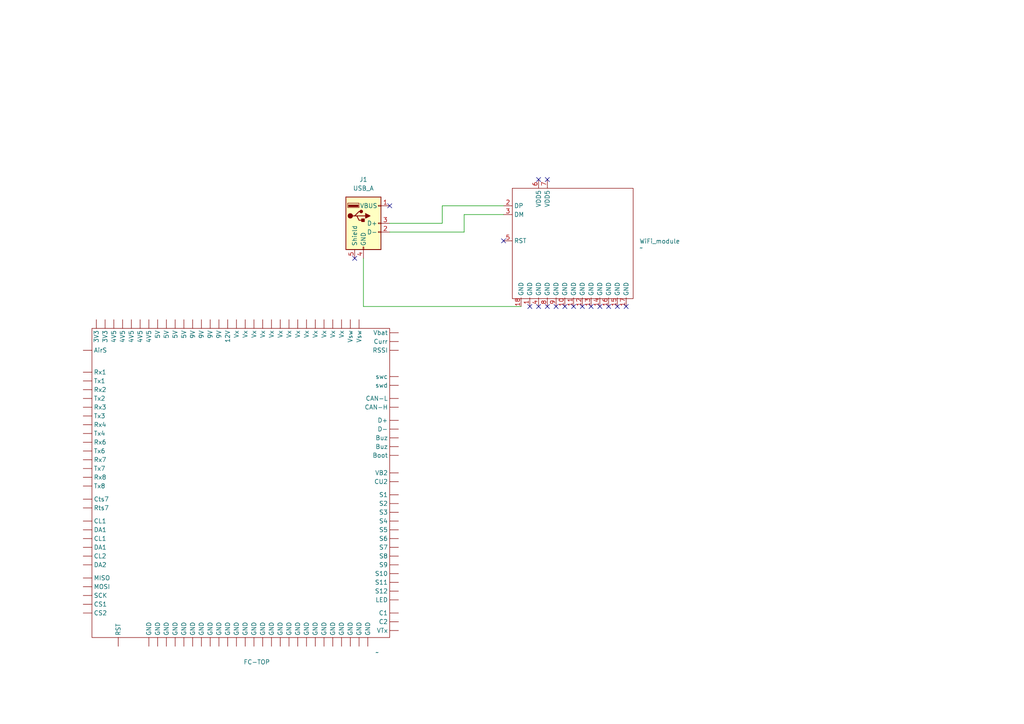
<source format=kicad_sch>
(kicad_sch (version 20250114) (generator "eeschema") (generator_version "9.0")
  (paper "A4")
  (lib_symbols
    (symbol "Connector:USB_A" (pin_names (offset 1.016))
      (property "Reference" "J" (at -5.08 11.43 0))
      (property "Value" "USB_A" (at -5.08 8.89 0))
      (symbol "USB_A_0_1"
        (rectangle (start -5.08 -7.62) (end 5.08 7.62) (stroke (width 0.254)) (fill (type background)))
        (circle (center -3.81 2.159) (radius 0.635) (stroke (width 0.254)) (fill (type outline)))
        (polyline (pts (xy -3.175 2.159) (xy -2.54 2.159) (xy -1.27 3.429) (xy -0.635 3.429)) (stroke (width 0.254)))
        (polyline (pts (xy -2.54 2.159) (xy -1.905 2.159) (xy -1.27 0.889) (xy 0 0.889)) (stroke (width 0.254)))
        (rectangle (start -1.524 4.826) (end -4.318 5.334) (fill (type outline)))
        (rectangle (start -1.27 4.572) (end -4.572 5.842))
        (circle (center -0.635 3.429) (radius 0.381) (stroke (width 0.254)) (fill (type outline)))
        (rectangle (start -0.127 -7.62) (end 0.127 -6.858))
        (rectangle (start 0.254 1.27) (end -0.508 0.508) (stroke (width 0.254)) (fill (type outline)))
        (polyline (pts (xy 0.635 2.794) (xy 0.635 1.524) (xy 1.905 2.159) (xy 0.635 2.794)) (stroke (width 0.254)) (fill (type outline)))
        (rectangle (start 5.08 4.953) (end 4.318 5.207))
        (rectangle (start 5.08 -0.127) (end 4.318 0.127))
        (rectangle (start 5.08 -2.667) (end 4.318 -2.413))
      )
      (symbol "USB_A_1_1"
        (polyline (pts (xy -1.905 2.159) (xy 0.635 2.159)) (stroke (width 0.254)))
        (pin passive line (at -2.54 -10.16 90) (length 2.54) (name "Shield") (number "5"))
        (pin power_in line (at 0 -10.16 90) (length 2.54) (name "GND") (number "4"))
        (pin power_in line (at 7.62 5.08 180) (length 2.54) (name "VBUS") (number "1"))
        (pin bidirectional line (at 7.62 0 180) (length 2.54) (name "D+") (number "3"))
        (pin bidirectional line (at 7.62 -2.54 180) (length 2.54) (name "D-") (number "2"))
      )
    )
    (symbol "Flight_Controller:top"
      (property "Reference" "FC-TOP" (at 44.704 -101.092 0))
      (symbol "top_0_1"
        (rectangle (start 0 0) (end 86.36 -89.662))
      )
      (symbol "top_1_1"
        (pin input line (at -2.54 -6.35 0) (length 2.54) (name "AirS") (number ""))
        (pin input line (at -2.54 -12.7 0) (length 2.54) (name "Rx1") (number ""))
        (pin output line (at -2.54 -15.24 0) (length 2.54) (name "Tx1") (number ""))
        (pin input line (at -2.54 -17.78 0) (length 2.54) (name "Rx2") (number ""))
        (pin output line (at -2.54 -20.32 0) (length 2.54) (name "Tx2") (number ""))
        (pin input line (at -2.54 -22.86 0) (length 2.54) (name "Rx3") (number ""))
        (pin output line (at -2.54 -25.4 0) (length 2.54) (name "Tx3") (number ""))
        (pin input line (at -2.54 -27.94 0) (length 2.54) (name "Rx4") (number ""))
        (pin output line (at -2.54 -30.48 0) (length 2.54) (name "Tx4") (number ""))
        (pin input line (at -2.54 -33.02 0) (length 2.54) (name "Rx6") (number ""))
        (pin output line (at -2.54 -35.56 0) (length 2.54) (name "Tx6") (number ""))
        (pin input line (at -2.54 -38.1 0) (length 2.54) (name "Rx7") (number ""))
        (pin output line (at -2.54 -40.64 0) (length 2.54) (name "Tx7") (number ""))
        (pin input line (at -2.54 -43.18 0) (length 2.54) (name "Rx8") (number ""))
        (pin output line (at -2.54 -45.72 0) (length 2.54) (name "Tx8") (number ""))
        (pin input line (at -2.54 -49.53 0) (length 2.54) (name "Cts7") (number ""))
        (pin output line (at -2.54 -52.07 0) (length 2.54) (name "Rts7") (number ""))
        (pin bidirectional line (at -2.54 -55.88 0) (length 2.54) (name "CL1") (number ""))
        (pin bidirectional line (at -2.54 -58.42 0) (length 2.54) (name "DA1") (number ""))
        (pin bidirectional line (at -2.54 -60.96 0) (length 2.54) (name "CL1") (number ""))
        (pin bidirectional line (at -2.54 -63.5 0) (length 2.54) (name "DA1") (number ""))
        (pin bidirectional line (at -2.54 -66.04 0) (length 2.54) (name "CL2") (number ""))
        (pin bidirectional line (at -2.54 -68.58 0) (length 2.54) (name "DA2") (number ""))
        (pin input line (at -2.54 -72.39 0) (length 2.54) (name "MISO") (number ""))
        (pin output line (at -2.54 -74.93 0) (length 2.54) (name "MOSI") (number ""))
        (pin output line (at -2.54 -77.47 0) (length 2.54) (name "SCK") (number ""))
        (pin output line (at -2.54 -80.01 0) (length 2.54) (name "CS1") (number ""))
        (pin output line (at -2.54 -82.55 0) (length 2.54) (name "CS2") (number ""))
        (pin power_in line (at 1.27 2.54 270) (length 2.54) (name "3V3") (number ""))
        (pin power_in line (at 3.81 2.54 270) (length 2.54) (name "3V3") (number ""))
        (pin power_in line (at 6.35 2.54 270) (length 2.54) (name "4V5") (number ""))
        (pin input line (at 7.62 -92.202 90) (length 2.54) (name "RST") (number ""))
        (pin power_in line (at 8.89 2.54 270) (length 2.54) (name "4V5") (number ""))
        (pin power_in line (at 11.43 2.54 270) (length 2.54) (name "4V5") (number ""))
        (pin power_in line (at 13.97 2.54 270) (length 2.54) (name "4V5") (number ""))
        (pin power_in line (at 16.51 2.54 270) (length 2.54) (name "4V5") (number ""))
        (pin power_in line (at 16.51 -92.202 90) (length 2.54) (name "GND") (number ""))
        (pin power_in line (at 19.05 2.54 270) (length 2.54) (name "5V") (number ""))
        (pin power_in line (at 19.05 -92.202 90) (length 2.54) (name "GND") (number ""))
        (pin power_in line (at 21.59 2.54 270) (length 2.54) (name "5V") (number ""))
        (pin power_in line (at 21.59 -92.202 90) (length 2.54) (name "GND") (number ""))
        (pin power_in line (at 24.13 2.54 270) (length 2.54) (name "5V") (number ""))
        (pin power_in line (at 24.13 -92.202 90) (length 2.54) (name "GND") (number ""))
        (pin power_in line (at 26.67 2.54 270) (length 2.54) (name "5V") (number ""))
        (pin power_in line (at 26.67 -92.202 90) (length 2.54) (name "GND") (number ""))
        (pin power_in line (at 29.21 2.54 270) (length 2.54) (name "9V") (number ""))
        (pin power_in line (at 29.21 -92.202 90) (length 2.54) (name "GND") (number ""))
        (pin power_in line (at 31.75 2.54 270) (length 2.54) (name "9V") (number ""))
        (pin power_in line (at 31.75 -92.202 90) (length 2.54) (name "GND") (number ""))
        (pin power_in line (at 34.29 2.54 270) (length 2.54) (name "9V") (number ""))
        (pin power_in line (at 34.29 -92.202 90) (length 2.54) (name "GND") (number ""))
        (pin power_in line (at 36.83 2.54 270) (length 2.54) (name "9V") (number ""))
        (pin power_in line (at 36.83 -92.202 90) (length 2.54) (name "GND") (number ""))
        (pin power_in line (at 39.37 2.54 270) (length 2.54) (name "12V") (number ""))
        (pin power_in line (at 39.37 -92.202 90) (length 2.54) (name "GND") (number ""))
        (pin power_in line (at 41.91 2.54 270) (length 2.54) (name "Vx") (number ""))
        (pin power_in line (at 41.91 -92.202 90) (length 2.54) (name "GND") (number ""))
        (pin power_in line (at 44.45 2.54 270) (length 2.54) (name "Vx") (number ""))
        (pin power_in line (at 44.45 -92.202 90) (length 2.54) (name "GND") (number ""))
        (pin power_in line (at 46.99 2.54 270) (length 2.54) (name "Vx") (number ""))
        (pin power_in line (at 46.99 -92.202 90) (length 2.54) (name "GND") (number ""))
        (pin power_in line (at 49.53 2.54 270) (length 2.54) (name "Vx") (number ""))
        (pin power_in line (at 49.53 -92.202 90) (length 2.54) (name "GND") (number ""))
        (pin power_in line (at 52.07 2.54 270) (length 2.54) (name "Vx") (number ""))
        (pin power_in line (at 52.07 -92.202 90) (length 2.54) (name "GND") (number ""))
        (pin power_in line (at 54.61 2.54 270) (length 2.54) (name "Vx") (number ""))
        (pin power_in line (at 54.61 -92.202 90) (length 2.54) (name "GND") (number ""))
        (pin power_in line (at 57.15 2.54 270) (length 2.54) (name "Vx") (number ""))
        (pin power_in line (at 57.15 -92.202 90) (length 2.54) (name "GND") (number ""))
        (pin power_in line (at 59.69 2.54 270) (length 2.54) (name "Vx") (number ""))
        (pin power_in line (at 59.69 -92.202 90) (length 2.54) (name "GND") (number ""))
        (pin power_in line (at 62.23 2.54 270) (length 2.54) (name "Vx") (number ""))
        (pin power_in line (at 62.23 -92.202 90) (length 2.54) (name "GND") (number ""))
        (pin power_in line (at 64.77 2.54 270) (length 2.54) (name "Vx") (number ""))
        (pin power_in line (at 64.77 -92.202 90) (length 2.54) (name "GND") (number ""))
        (pin power_in line (at 67.31 2.54 270) (length 2.54) (name "Vx") (number ""))
        (pin power_in line (at 67.31 -92.202 90) (length 2.54) (name "GND") (number ""))
        (pin power_in line (at 69.85 2.54 270) (length 2.54) (name "Vx") (number ""))
        (pin power_in line (at 69.85 -92.202 90) (length 2.54) (name "GND") (number ""))
        (pin power_in line (at 72.39 2.54 270) (length 2.54) (name "Vx") (number ""))
        (pin power_in line (at 72.39 -92.202 90) (length 2.54) (name "GND") (number ""))
        (pin power_in line (at 74.93 2.54 270) (length 2.54) (name "Vsw") (number ""))
        (pin power_in line (at 74.93 -92.202 90) (length 2.54) (name "GND") (number ""))
        (pin power_in line (at 77.47 2.54 270) (length 2.54) (name "Vsw") (number ""))
        (pin power_in line (at 77.47 -92.202 90) (length 2.54) (name "GND") (number ""))
        (pin power_in line (at 80.01 -92.202 90) (length 2.54) (name "GND") (number ""))
        (pin input line (at 88.9 -1.27 180) (length 2.54) (name "Vbat") (number ""))
        (pin input line (at 88.9 -3.81 180) (length 2.54) (name "Curr") (number ""))
        (pin input line (at 88.9 -6.35 180) (length 2.54) (name "RSSI") (number ""))
        (pin bidirectional line (at 88.9 -13.97 180) (length 2.54) (name "swc") (number ""))
        (pin bidirectional line (at 88.9 -16.51 180) (length 2.54) (name "swd") (number ""))
        (pin passive line (at 88.9 -20.32 180) (length 2.54) (name "CAN-L") (number ""))
        (pin passive line (at 88.9 -22.86 180) (length 2.54) (name "CAN-H") (number ""))
        (pin bidirectional line (at 88.9 -26.67 180) (length 2.54) (name "D+") (number ""))
        (pin bidirectional line (at 88.9 -29.21 180) (length 2.54) (name "D-") (number ""))
        (pin input line (at 88.9 -31.75 180) (length 2.54) (name "Buz") (number ""))
        (pin input line (at 88.9 -34.29 180) (length 2.54) (name "Buz") (number ""))
        (pin input line (at 88.9 -36.83 180) (length 2.54) (name "Boot") (number ""))
        (pin input line (at 88.9 -41.91 180) (length 2.54) (name "VB2") (number ""))
        (pin input line (at 88.9 -44.45 180) (length 2.54) (name "CU2") (number ""))
        (pin output line (at 88.9 -48.26 180) (length 2.54) (name "S1") (number ""))
        (pin output line (at 88.9 -50.8 180) (length 2.54) (name "S2") (number ""))
        (pin output line (at 88.9 -53.34 180) (length 2.54) (name "S3") (number ""))
        (pin output line (at 88.9 -55.88 180) (length 2.54) (name "S4") (number ""))
        (pin output line (at 88.9 -58.42 180) (length 2.54) (name "S5") (number ""))
        (pin output line (at 88.9 -60.96 180) (length 2.54) (name "S6") (number ""))
        (pin output line (at 88.9 -63.5 180) (length 2.54) (name "S7") (number ""))
        (pin output line (at 88.9 -66.04 180) (length 2.54) (name "S8") (number ""))
        (pin output line (at 88.9 -68.58 180) (length 2.54) (name "S9") (number ""))
        (pin output line (at 88.9 -71.12 180) (length 2.54) (name "S10") (number ""))
        (pin output line (at 88.9 -73.66 180) (length 2.54) (name "S11") (number ""))
        (pin output line (at 88.9 -76.2 180) (length 2.54) (name "S12") (number ""))
        (pin output line (at 88.9 -78.74 180) (length 2.54) (name "LED") (number ""))
        (pin input line (at 88.9 -82.55 180) (length 2.54) (name "C1") (number ""))
        (pin input line (at 88.9 -85.09 180) (length 2.54) (name "C2") (number ""))
        (pin output line (at 88.9 -87.63 180) (length 2.54) (name "VTx") (number ""))
      )
    )
    (symbol "WiFi_module:BL-M8812EU2"
      (property "Reference" "WiFi_module" (at 25.4 2.794 0))
      (symbol "BL-M8812EU2_0_1"
        (rectangle (start 0 0) (end 35.052 -32.004))
      )
      (symbol "BL-M8812EU2_1_1"
        (pin bidirectional line (at -2.54 -5.08 0) (length 2.54) (name "DP") (number "2"))
        (pin bidirectional line (at -2.54 -7.62 0) (length 2.54) (name "DM") (number "3"))
        (pin input line (at -2.54 -15.24 0) (length 2.54) (name "RST") (number "5"))
        (pin power_in line (at 2.54 -34.29 90) (length 2.54) (name "GND") (number "18"))
        (pin power_in line (at 5.08 -34.29 90) (length 2.54) (name "GND") (number "1"))
        (pin power_in line (at 7.62 2.54 270) (length 2.54) (name "VDD5") (number "6"))
        (pin power_in line (at 7.62 -34.29 90) (length 2.54) (name "GND") (number "4"))
        (pin power_in line (at 10.16 2.54 270) (length 2.54) (name "VDD5") (number "7"))
        (pin power_in line (at 10.16 -34.29 90) (length 2.54) (name "GND") (number "8"))
        (pin power_in line (at 12.7 -34.29 90) (length 2.54) (name "GND") (number "9"))
        (pin power_in line (at 15.24 -34.29 90) (length 2.54) (name "GND") (number "10"))
        (pin power_in line (at 17.78 -34.29 90) (length 2.54) (name "GND") (number "11"))
        (pin power_in line (at 20.32 -34.29 90) (length 2.54) (name "GND") (number "12"))
        (pin power_in line (at 22.86 -34.29 90) (length 2.54) (name "GND") (number "13"))
        (pin power_in line (at 25.4 -34.29 90) (length 2.54) (name "GND") (number "14"))
        (pin power_in line (at 27.94 -34.29 90) (length 2.54) (name "GND") (number "16"))
        (pin power_in line (at 30.48 -34.29 90) (length 2.54) (name "GND") (number "15"))
        (pin power_in line (at 33.02 -34.29 90) (length 2.54) (name "GND") (number "17"))
      )
    )
  )
  (no_connect (at 113.03 59.69))
  (no_connect (at 158.75 52.07))
  (no_connect (at 156.21 88.9))
  (no_connect (at 168.91 88.9))
  (no_connect (at 156.21 52.07))
  (no_connect (at 158.75 88.9))
  (no_connect (at 163.83 88.9))
  (no_connect (at 102.87 74.93))
  (no_connect (at 171.45 88.9))
  (no_connect (at 173.99 88.9))
  (no_connect (at 176.53 88.9))
  (no_connect (at 179.07 88.9))
  (no_connect (at 181.61 88.9))
  (no_connect (at 166.37 88.9))
  (no_connect (at 146.05 69.85))
  (no_connect (at 153.67 88.9))
  (no_connect (at 161.29 88.9))
  (wire (pts (xy 128.27 59.69) (xy 146.05 59.69)))
  (wire (pts (xy 128.27 64.77) (xy 128.27 59.69)))
  (wire (pts (xy 105.41 74.93) (xy 105.41 88.9)))
  (wire (pts (xy 113.03 67.31) (xy 134.62 67.31)))
  (wire (pts (xy 134.62 67.31) (xy 134.62 62.23)))
  (wire (pts (xy 134.62 62.23) (xy 146.05 62.23)))
  (wire (pts (xy 113.03 64.77) (xy 128.27 64.77)))
  (wire (pts (xy 105.41 88.9) (xy 151.13 88.9)))
  (symbol (lib_id "Connector:USB_A") (at 105.41 64.77 0) (unit 1)
    (property "Reference" "J1" (at 105.41 52.07 0))
    (property "Value" "USB_A" (at 105.41 54.61 0))
    (property "Description" "USB Type A connector" (effects (hide yes)))
  )
  (symbol (lib_id "Flight_Controller:top") (at 26.67 95.25 0) (unit 1)
    (property "Reference" "FC-TOP" (at 70.612 192.024 0) (effects (justify left)))
    (property "Value" "~" (at 108.8233 189.23 0) (effects (justify left)))
  )
  (symbol (lib_id "WiFi_module:BL-M8812EU2") (at 148.59 54.61 0) (unit 1)
    (property "Reference" "WiFi_module" (at 185.42 69.9769 0) (effects (justify left)))
    (property "Value" "~" (at 185.42 71.882 0) (effects (justify left)))
    (property "Footprint" "BL-M8812EU2:BL-M8812EU2" (effects (hide yes)))
  )
)
</source>
